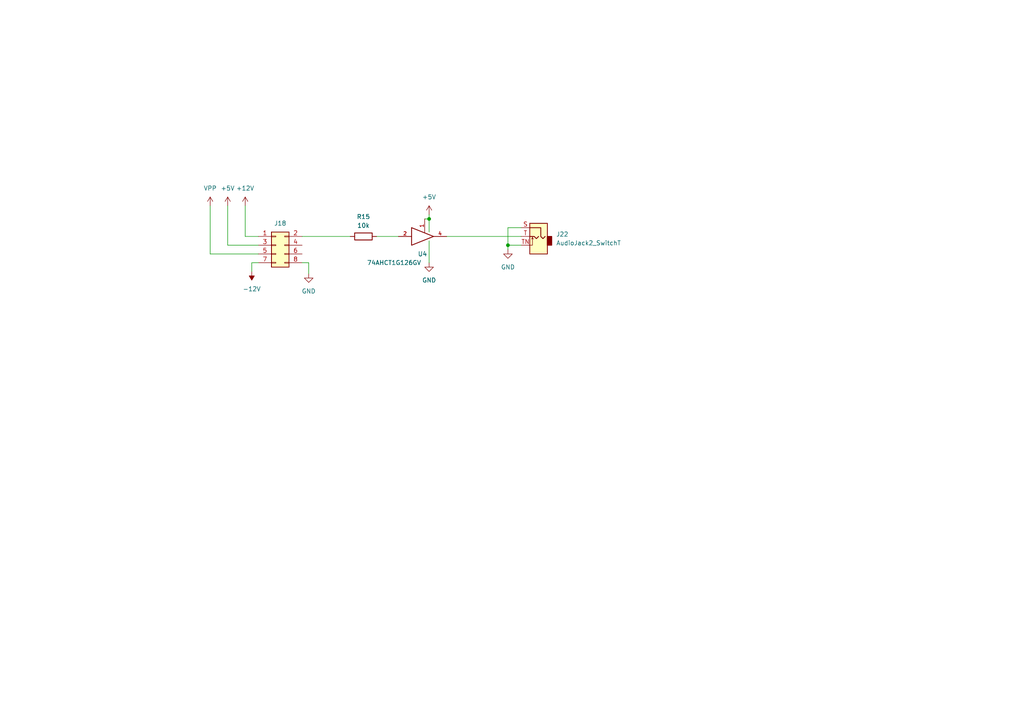
<source format=kicad_sch>
(kicad_sch (version 20211123) (generator eeschema)
  (paper "A4")
  (lib_symbols
    (symbol "74xGxx:74AHCT1G126" (pin_names (offset 1.016))
      (property "Reference" "U" (at -2.54 3.81 0))
      (property "Value" "74AHCT1G126" (at 0 -3.81 0))
      (symbol "74AHCT1G126_0_1"
        (polyline (pts (xy -3.81 2.54) (xy -3.81 -2.54) (xy 2.54 0) (xy -3.81 2.54)) (stroke (width 0.254)))
      )
      (symbol "74AHCT1G126_1_1"
        (pin input line (at 0 5.08 270) (length 3.937) (name "~") (number "1"))
        (pin input line (at -7.62 0 0) (length 3.81) (name "~") (number "2"))
        (pin power_in line (at 1.27 -1.27 270) (length 0) hide (name "GND") (number "3"))
        (pin tri_state line (at 6.35 0 180) (length 3.81) (name "~") (number "4"))
        (pin power_in line (at 1.27 1.27 90) (length 0) hide (name "VCC") (number "5"))
      )
    )
    (symbol "Connector:AudioJack2_SwitchT"
      (property "Reference" "J" (at 0 8.89 0))
      (property "Value" "AudioJack2_SwitchT" (at 0 6.35 0))
      (symbol "AudioJack2_SwitchT_0_1"
        (rectangle (start -2.54 0) (end -3.81 -2.54) (stroke (width 0.254)) (fill (type outline)))
        (polyline (pts (xy 1.778 -0.254) (xy 2.032 -0.762)))
        (polyline (pts (xy 0 0) (xy 0.635 -0.635) (xy 1.27 0) (xy 2.54 0)) (stroke (width 0.254)))
        (polyline (pts (xy 2.54 -2.54) (xy 1.778 -2.54) (xy 1.778 -0.254) (xy 1.524 -0.762)))
        (polyline (pts (xy 2.54 2.54) (xy -0.635 2.54) (xy -0.635 0) (xy -1.27 -0.635) (xy -1.905 0)) (stroke (width 0.254)))
        (rectangle (start 2.54 3.81) (end -2.54 -5.08) (stroke (width 0.254)) (fill (type background)))
      )
      (symbol "AudioJack2_SwitchT_1_1"
        (pin passive line (at 5.08 2.54 180) (length 2.54) (name "~") (number "S"))
        (pin passive line (at 5.08 0 180) (length 2.54) (name "~") (number "T"))
        (pin passive line (at 5.08 -2.54 180) (length 2.54) (name "~") (number "TN"))
      )
    )
    (symbol "Connector_Generic:Conn_02x04_Odd_Even" (pin_names (offset 1.016) hide)
      (property "Reference" "J" (at 1.27 5.08 0))
      (property "Value" "Conn_02x04_Odd_Even" (at 1.27 -7.62 0))
      (symbol "Conn_02x04_Odd_Even_1_1"
        (rectangle (start -1.27 -4.953) (end 0 -5.207) (stroke (width 0.1524)))
        (rectangle (start -1.27 -2.413) (end 0 -2.667) (stroke (width 0.1524)))
        (rectangle (start -1.27 0.127) (end 0 -0.127) (stroke (width 0.1524)))
        (rectangle (start -1.27 2.667) (end 0 2.413) (stroke (width 0.1524)))
        (rectangle (start -1.27 3.81) (end 3.81 -6.35) (stroke (width 0.254)) (fill (type background)))
        (rectangle (start 3.81 -4.953) (end 2.54 -5.207) (stroke (width 0.1524)))
        (rectangle (start 3.81 -2.413) (end 2.54 -2.667) (stroke (width 0.1524)))
        (rectangle (start 3.81 0.127) (end 2.54 -0.127) (stroke (width 0.1524)))
        (rectangle (start 3.81 2.667) (end 2.54 2.413) (stroke (width 0.1524)))
        (pin passive line (at -5.08 2.54 0) (length 3.81) (name "Pin_1") (number "1"))
        (pin passive line (at 7.62 2.54 180) (length 3.81) (name "Pin_2") (number "2"))
        (pin passive line (at -5.08 0 0) (length 3.81) (name "Pin_3") (number "3"))
        (pin passive line (at 7.62 0 180) (length 3.81) (name "Pin_4") (number "4"))
        (pin passive line (at -5.08 -2.54 0) (length 3.81) (name "Pin_5") (number "5"))
        (pin passive line (at 7.62 -2.54 180) (length 3.81) (name "Pin_6") (number "6"))
        (pin passive line (at -5.08 -5.08 0) (length 3.81) (name "Pin_7") (number "7"))
        (pin passive line (at 7.62 -5.08 180) (length 3.81) (name "Pin_8") (number "8"))
      )
    )
    (symbol "Device:R" (pin_numbers hide) (pin_names (offset 0))
      (property "Reference" "R" (at 2.032 0 90))
      (property "Value" "R" (at 0 0 90))
      (symbol "R_0_1"
        (rectangle (start -1.016 -2.54) (end 1.016 2.54) (stroke (width 0.254)))
      )
      (symbol "R_1_1"
        (pin passive line (at 0 3.81 270) (length 1.27) (name "~") (number "1"))
        (pin passive line (at 0 -3.81 90) (length 1.27) (name "~") (number "2"))
      )
    )
    (symbol "power:+12V" (power) (pin_names (offset 0))
      (property "Value" "+12V" (at 0 3.556 0))
      (symbol "+12V_0_1"
        (polyline (pts (xy -0.762 1.27) (xy 0 2.54)))
        (polyline (pts (xy 0 0) (xy 0 2.54)))
        (polyline (pts (xy 0 2.54) (xy 0.762 1.27)))
      )
      (symbol "+12V_1_1"
        (pin power_in line (at 0 0 90) (length 0) hide (name "+12V") (number "1"))
      )
    )
    (symbol "power:+5V" (power) (pin_names (offset 0))
      (property "Value" "+5V" (at 0 3.556 0))
      (symbol "+5V_0_1"
        (polyline (pts (xy -0.762 1.27) (xy 0 2.54)))
        (polyline (pts (xy 0 0) (xy 0 2.54)))
        (polyline (pts (xy 0 2.54) (xy 0.762 1.27)))
      )
      (symbol "+5V_1_1"
        (pin power_in line (at 0 0 90) (length 0) hide (name "+5V") (number "1"))
      )
    )
    (symbol "power:-12V" (power) (pin_names (offset 0))
      (property "Value" "-12V" (at 0 3.81 0))
      (symbol "-12V_0_0"
        (pin power_in line (at 0 0 90) (length 0) hide (name "-12V") (number "1"))
      )
      (symbol "-12V_0_1"
        (polyline (pts (xy 0 0) (xy 0 1.27) (xy 0.762 1.27) (xy 0 2.54) (xy -0.762 1.27) (xy 0 1.27)) (fill (type outline)))
      )
    )
    (symbol "power:GND" (power) (pin_names (offset 0))
      (property "Value" "GND" (at 0 -3.81 0))
      (symbol "GND_0_1"
        (polyline (pts (xy 0 0) (xy 0 -1.27) (xy 1.27 -1.27) (xy 0 -2.54) (xy -1.27 -1.27) (xy 0 -1.27)))
      )
      (symbol "GND_1_1"
        (pin power_in line (at 0 0 270) (length 0) hide (name "GND") (number "1"))
      )
    )
    (symbol "power:VPP" (power) (pin_names (offset 0))
      (property "Value" "VPP" (at 0 3.81 0))
      (symbol "VPP_0_1"
        (polyline (pts (xy -0.762 1.27) (xy 0 2.54)))
        (polyline (pts (xy 0 0) (xy 0 2.54)))
        (polyline (pts (xy 0 2.54) (xy 0.762 1.27)))
      )
      (symbol "VPP_1_1"
        (pin power_in line (at 0 0 90) (length 0) hide (name "VPP") (number "1"))
      )
    )
  )
  (junction (at 147.32 71.12))
  (junction (at 124.46 63.5))
  (wire (pts (xy 71.12 59.69) (xy 71.12 68.58)))
  (wire (pts (xy 87.63 76.2) (xy 89.535 76.2)))
  (wire (pts (xy 87.63 68.58) (xy 101.6 68.58)))
  (wire (pts (xy 124.46 67.31) (xy 124.46 63.5)))
  (wire (pts (xy 147.32 71.12) (xy 147.32 72.39)))
  (wire (pts (xy 124.46 69.85) (xy 124.46 76.2)))
  (wire (pts (xy 147.32 66.04) (xy 147.32 71.12)))
  (wire (pts (xy 66.04 71.12) (xy 74.93 71.12)))
  (wire (pts (xy 66.04 59.69) (xy 66.04 71.12)))
  (wire (pts (xy 147.32 71.12) (xy 151.13 71.12)))
  (wire (pts (xy 151.13 66.04) (xy 147.32 66.04)))
  (wire (pts (xy 129.54 68.58) (xy 151.13 68.58)))
  (wire (pts (xy 74.93 76.2) (xy 73.025 76.2)))
  (wire (pts (xy 74.93 73.66) (xy 60.96 73.66)))
  (wire (pts (xy 73.025 76.2) (xy 73.025 78.74)))
  (wire (pts (xy 123.19 63.5) (xy 124.46 63.5)))
  (wire (pts (xy 109.22 68.58) (xy 115.57 68.58)))
  (wire (pts (xy 74.93 68.58) (xy 71.12 68.58)))
  (wire (pts (xy 89.535 76.2) (xy 89.535 79.375)))
  (wire (pts (xy 60.96 73.66) (xy 60.96 59.69)))
  (wire (pts (xy 124.46 62.23) (xy 124.46 63.5)))
  (symbol (lib_id "power:VPP") (at 60.96 59.69 0) (unit 1)
    (property "Reference" "#PWR0233" (effects hide))
    (property "Value" "VPP" (at 60.96 54.61 0))
  )
  (symbol (lib_id "74xGxx:74AHCT1G126") (at 123.19 68.58 0) (unit 1)
    (property "Reference" "U4" (at 122.555 73.66 0))
    (property "Value" "74AHCT1G126GV" (at 114.3 76.2 0))
    (property "Footprint" "Package_TO_SOT_SMD:SOT-353_SC-70-5_Handsoldering" (effects hide))
    (property "Datasheet" "http://www.ti.com/lit/sg/scyt129e/scyt129e.pdf" (effects hide))
  )
  (symbol (lib_id "Connector_Generic:Conn_02x04_Odd_Even") (at 80.01 71.12 0) (unit 1)
    (property "Reference" "J18" (at 81.28 64.77 0))
    (property "Value" "Conn_02x04_Odd_Even" (effects hide))
    (property "Footprint" "Connector_PinHeader_2.54mm:PinHeader_2x04_P2.54mm_Vertical" (effects hide))
  )
  (symbol (lib_id "power:+5V") (at 66.04 59.69 0) (mirror y) (unit 1)
    (property "Reference" "#PWR0150" (effects hide))
    (property "Value" "+5V" (at 66.04 54.61 0))
  )
  (symbol (lib_id "power:GND") (at 147.32 72.39 0) (unit 1)
    (property "Reference" "#PWR0167" (effects hide))
    (property "Value" "GND" (at 147.32 77.47 0))
  )
  (symbol (lib_id "power:GND") (at 124.46 76.2 0) (mirror y) (unit 1)
    (property "Reference" "#PWR0168" (effects hide))
    (property "Value" "GND" (at 124.46 81.28 0))
  )
  (symbol (lib_id "power:-12V") (at 73.025 78.74 0) (mirror x) (unit 1)
    (property "Reference" "#PWR0154" (effects hide))
    (property "Value" "-12V" (at 73.025 83.82 0))
  )
  (symbol (lib_id "power:GND") (at 89.535 79.375 0) (mirror y) (unit 1)
    (property "Reference" "#PWR0155" (effects hide))
    (property "Value" "GND" (at 89.535 84.455 0))
  )
  (symbol (lib_id "power:+12V") (at 71.12 59.69 0) (mirror y) (unit 1)
    (property "Reference" "#PWR0153" (effects hide))
    (property "Value" "+12V" (at 71.12 54.61 0))
  )
  (symbol (lib_id "Connector:AudioJack2_SwitchT") (at 156.21 68.58 0) (mirror y) (unit 1)
    (property "Reference" "J22" (at 161.29 67.9449 0) (effects (justify right)))
    (property "Value" "AudioJack2_SwitchT" (at 161.29 70.4849 0) (effects (justify right)))
    (property "Footprint" "Connector_Audio:Jack_3.5mm_QingPu_WQP-PJ398SM_Vertical_CircularHoles" (effects hide))
  )
  (symbol (lib_id "power:+5V") (at 124.46 62.23 0) (unit 1)
    (property "Reference" "#PWR0178" (effects hide))
    (property "Value" "+5V" (at 124.46 57.15 0))
  )
  (symbol (lib_id "Device:R") (at 105.41 68.58 270) (mirror x) (unit 1)
    (property "Reference" "R15" (at 105.41 62.865 90))
    (property "Value" "10k" (at 105.41 65.405 90))
    (property "Footprint" "Resistor_SMD:R_1206_3216Metric_Pad1.30x1.75mm_HandSolder" (effects hide))
  )
)
</source>
